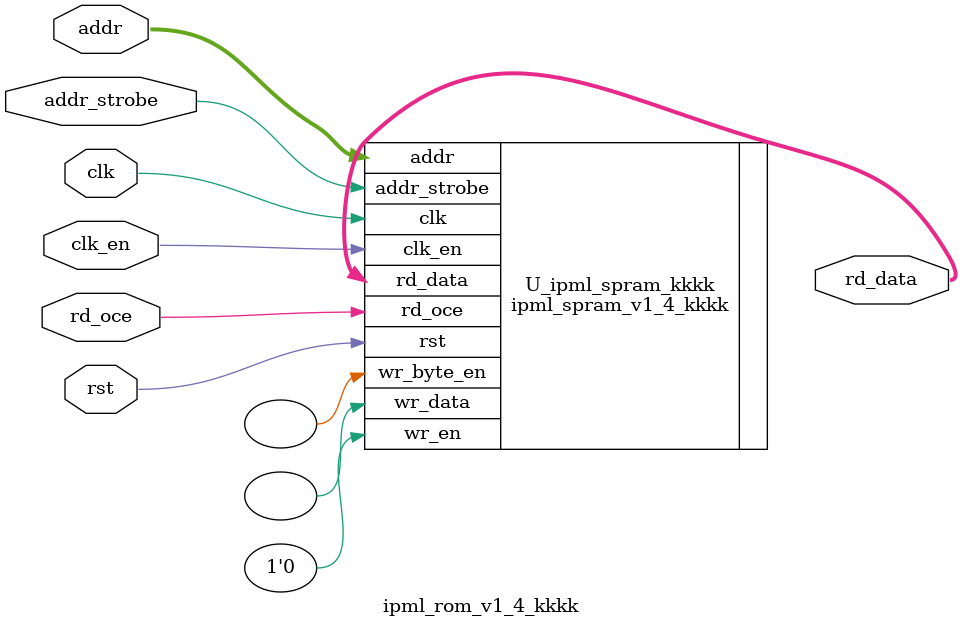
<source format=v>




module ipml_rom_v1_4_kkkk
 #(
    parameter  c_SIM_DEVICE     = "LOGOS"      ,
    parameter  c_ADDR_WIDTH     = 10           ,           //write address width  legal value:1~20 
    parameter  c_DATA_WIDTH     = 32           ,           //write data width     legal value:8~1152
    parameter  c_OUTPUT_REG     = 0            ,           //output register      legal value:1~20
    parameter  c_RD_OCE_EN      = 0            ,
    parameter  c_CLK_EN         = 0            ,
    parameter  c_ADDR_STROBE_EN = 0            ,
    parameter  c_RESET_TYPE     = "ASYNC_RESET",           //ASYNC_RESET_SYNC_RELEASE SYNC_RESET legal valve "ASYNC_RESET_SYNC_RELEASE" "SYNC_RESET" "ASYNC_RESET"
    parameter  c_POWER_OPT      = 0            ,           //0 :normal mode  1:low power mode legal value:0 or 1
    parameter  c_CLK_OR_POL_INV = 0            ,           //clk polarity invert for output register   legal value 1 or 0           
    parameter  c_INIT_FILE      = "NONE"       ,           //legal value:"NONE" or "initial file name"
    parameter  c_INIT_FORMAT    = "BIN"                   //initial data format   legal valve: "bin" or "hex"
    
 )
  (
   
    input  wire [c_ADDR_WIDTH-1 : 0]  addr        ,
    output wire [c_DATA_WIDTH-1 : 0]  rd_data     ,
    input  wire                       clk         ,
    input  wire                       clk_en      ,
    input  wire                       addr_strobe ,
    input  wire                       rst         ,
    input  wire                       rd_oce       
  );

//**********************************************************************************************************************************************   
    
//main code
//*************************************************************************************************************************************
//inner variables

ipml_spram_v1_4_kkkk
 #(
    .c_SIM_DEVICE     (c_SIM_DEVICE),
    .c_ADDR_WIDTH     (c_ADDR_WIDTH),           //write address width  legal value:1~20                              
    .c_DATA_WIDTH     (c_DATA_WIDTH),           //write data width     legal value:8~1152                            
    .c_OUTPUT_REG     (c_OUTPUT_REG),           //output register      legal value:1~20                              
    .c_RD_OCE_EN      (c_RD_OCE_EN),
    .c_ADDR_STROBE_EN (c_ADDR_STROBE_EN),
    .c_CLK_EN         (c_CLK_EN),
    .c_RESET_TYPE     (c_RESET_TYPE),           //legal valve "ASYNC_RESET_SYNC_RELEASE" "SYNC_RESET" "ASYNC_RESET"  
    .c_POWER_OPT      (c_POWER_OPT),            //0 :normal mode  1:low power mode legal value:0 or 1                 
    .c_CLK_OR_POL_INV (c_CLK_OR_POL_INV),       //clk polarity invert for output register legal value 1 or 0         
    .c_INIT_FILE      (c_INIT_FILE),            //legal value:"NONE" or "initial file name"                          
    .c_INIT_FORMAT    (c_INIT_FORMAT),          //initial data format   legal valve: "bin" or "hex"                  
    .c_WR_BYTE_EN     (0),                      //byte write enable    legal value: 0 or 1                            
    .c_BE_WIDTH       (8),                      //byte width legal value: 1~128
    .c_RAM_MODE       ("ROM"),
    .c_WRITE_MODE     ("NORMAL_WRITE")          //global reset enable  legal value 0 or 1                            
 )  U_ipml_spram_kkkk                       //"NORMAL_WRITE"; // TRANSPARENT_WRITE READ_BEFORE_WRITE             
  (
   
    .addr        (addr),
    .wr_data     (),
    .rd_data     (rd_data),
    .wr_en       (1'b0),
    .clk         (clk),
    .clk_en      (clk_en),
    .addr_strobe (addr_strobe),
    .rst         (rst),
    .wr_byte_en  (),
    .rd_oce      (rd_oce) 
  );
 

endmodule


</source>
